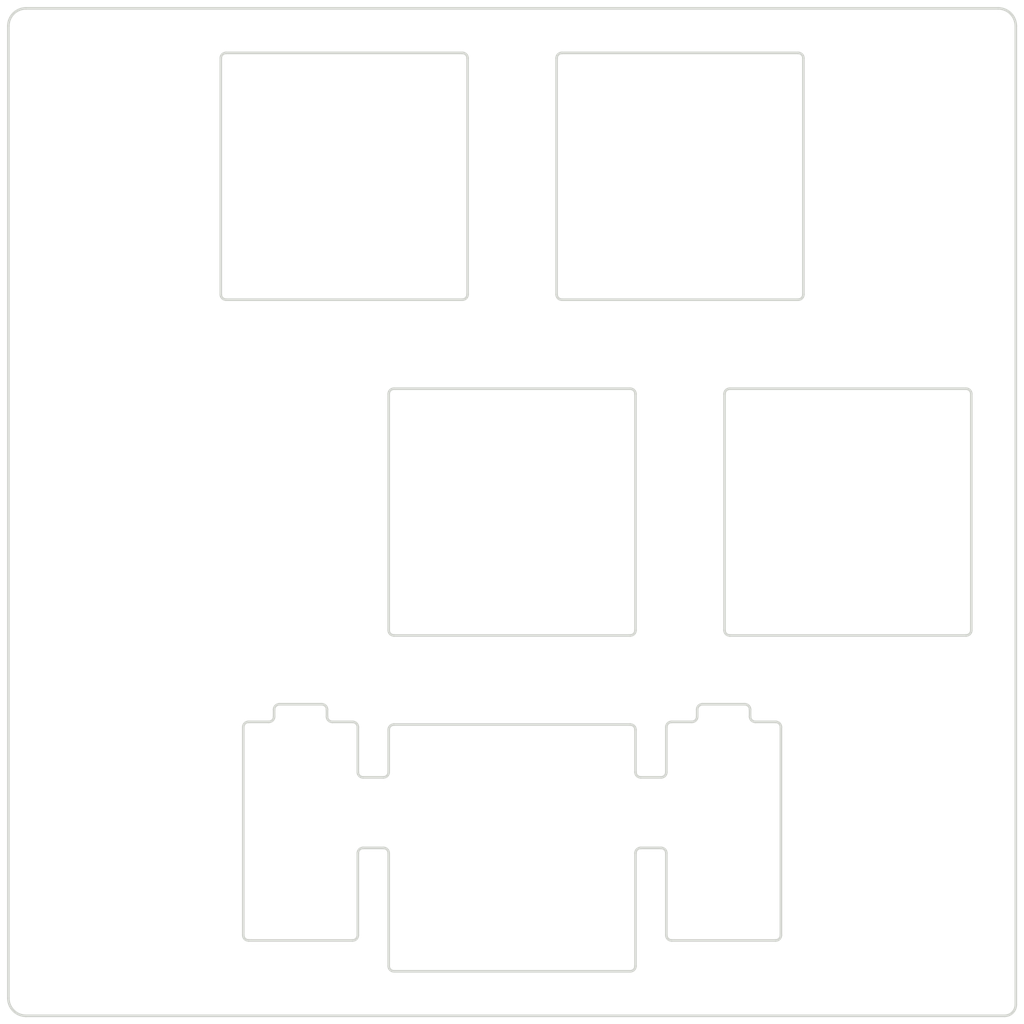
<source format=kicad_pcb>
(kicad_pcb (version 20221018) (generator pcbnew)
  (title_block (title "mfk5 Top Plate") (date "2023-11-23") (rev "2") (company "@niw"))
  (layers (0 "F.Cu" signal) (31 "B.Cu" signal) (34 "B.Paste" user) (35 "F.Paste" user) (36 "B.SilkS" user "B.Silkscreen") (37 "F.SilkS" user "F.Silkscreen") (38 "B.Mask" user) (39 "F.Mask" user) (44 "Edge.Cuts" user))
  (net 0 "")
  (footprint "MountingHole:MountingHole_2.2mm_M2" (layer "F.Cu") (at 175 78)
    (fp_text reference "REF**" hide)
    (fp_text value "MountingHole_2.2mm_M2" hide)
    (pad "" np_thru_hole circle (at 0 0) (size 2.2 2.2) (drill 2.2) (layers "*.Cu" "*.Mask"))
  )
  (footprint "MountingHole:MountingHole_2.2mm_M2" (layer "F.Cu") (at 121.85 131.15)
    (fp_text reference "REF**" hide)
    (fp_text value "MountingHole_2.2mm_M2" hide)
    (pad "" np_thru_hole circle (at 0 0) (size 2.2 2.2) (drill 2.2) (layers "F&B.Cu" "*.Mask"))
  )
  (footprint "MountingHole:MountingHole_2.2mm_M2" (layer "F.Cu") (at 175 131.15)
    (fp_text reference "REF**" hide)
    (fp_text value "MountingHole_2.2mm_M2" hide)
    (pad "" np_thru_hole circle (at 0 0) (size 2.2 2.2) (drill 2.2) (layers "F&B.Cu" "*.Mask"))
  )
  (footprint "Gateron_Low_Profile:Gateron_Low_Profile_Top_Plate" (layer "F.Cu") (at 148.425 104.575)
    (fp_text reference "REF**" hide)
    (fp_text value "Gateron_Low_Profile_Top_Plate" hide)
    (fp_line (start -7 6.7) (end -7 -6.7) (stroke (width 0.15)) (layer "Edge.Cuts"))
    (fp_line (start -6.7 -7) (end 6.7 -7) (stroke (width 0.15)) (layer "Edge.Cuts"))
    (fp_line (start 6.7 7) (end -6.7 7) (stroke (width 0.15)) (layer "Edge.Cuts"))
    (fp_line (start 7 -6.7) (end 7 6.7) (stroke (width 0.15)) (layer "Edge.Cuts"))
    (fp_arc (start -7 -6.7) (mid -6.912132 -6.912132) (end -6.7 -7) (stroke (width 0.15)) (layer "Edge.Cuts"))
    (fp_arc (start -6.7 7) (mid -6.912132 6.912132) (end -7 6.7) (stroke (width 0.15)) (layer "Edge.Cuts"))
    (fp_arc (start 6.7 -7) (mid 6.912132 -6.912132) (end 7 -6.7) (stroke (width 0.15)) (layer "Edge.Cuts"))
    (fp_arc (start 7 6.7) (mid 6.912132 6.912132) (end 6.7 7) (stroke (width 0.15)) (layer "Edge.Cuts"))
  )
  (footprint "MountingHole:MountingHole_2.2mm_M2" (layer "F.Cu") (at 121.85 78)
    (fp_text reference "REF**" hide)
    (fp_text value "MountingHole_2.2mm_M2" hide)
    (pad "" np_thru_hole circle (at 0 0) (size 2.2 2.2) (drill 2.2) (layers "F&B.Cu" "*.Mask"))
  )
  (footprint "Gateron_Low_Profile:Gateron_Low_Profile_Top_Plate" (layer "F.Cu") (at 167.475 104.575)
    (fp_text reference "REF**" hide)
    (fp_text value "Gateron_Low_Profile_Top_Plate" hide)
    (fp_line (start -7 6.7) (end -7 -6.7) (stroke (width 0.15)) (layer "Edge.Cuts"))
    (fp_line (start -6.7 -7) (end 6.7 -7) (stroke (width 0.15)) (layer "Edge.Cuts"))
    (fp_line (start 6.7 7) (end -6.7 7) (stroke (width 0.15)) (layer "Edge.Cuts"))
    (fp_line (start 7 -6.7) (end 7 6.7) (stroke (width 0.15)) (layer "Edge.Cuts"))
    (fp_arc (start -7 -6.7) (mid -6.912132 -6.912132) (end -6.7 -7) (stroke (width 0.15)) (layer "Edge.Cuts"))
    (fp_arc (start -6.7 7) (mid -6.912132 6.912132) (end -7 6.7) (stroke (width 0.15)) (layer "Edge.Cuts"))
    (fp_arc (start 6.7 -7) (mid 6.912132 -6.912132) (end 7 -6.7) (stroke (width 0.15)) (layer "Edge.Cuts"))
    (fp_arc (start 7 6.7) (mid 6.912132 6.912132) (end 6.7 7) (stroke (width 0.15)) (layer "Edge.Cuts"))
  )
  (footprint "Gateron_Low_Profile:Gateron_Low_Profile_Top_Plate" (layer "F.Cu") (at 157.95 85.525)
    (fp_text reference "REF**" hide)
    (fp_text value "Gateron_Low_Profile_Top_Plate" hide)
    (fp_line (start -7 6.7) (end -7 -6.7) (stroke (width 0.15)) (layer "Edge.Cuts"))
    (fp_line (start -6.7 -7) (end 6.7 -7) (stroke (width 0.15)) (layer "Edge.Cuts"))
    (fp_line (start 6.7 7) (end -6.7 7) (stroke (width 0.15)) (layer "Edge.Cuts"))
    (fp_line (start 7 -6.7) (end 7 6.7) (stroke (width 0.15)) (layer "Edge.Cuts"))
    (fp_arc (start -7 -6.7) (mid -6.912132 -6.912132) (end -6.7 -7) (stroke (width 0.15)) (layer "Edge.Cuts"))
    (fp_arc (start -6.7 7) (mid -6.912132 6.912132) (end -7 6.7) (stroke (width 0.15)) (layer "Edge.Cuts"))
    (fp_arc (start 6.7 -7) (mid 6.912132 -6.912132) (end 7 -6.7) (stroke (width 0.15)) (layer "Edge.Cuts"))
    (fp_arc (start 7 6.7) (mid 6.912132 6.912132) (end 6.7 7) (stroke (width 0.15)) (layer "Edge.Cuts"))
  )
  (footprint "Gateron_Low_Profile:Gateron_Low_Profile_Top_Plate" (layer "F.Cu") (at 138.9 85.525)
    (fp_text reference "REF**" hide)
    (fp_text value "Gateron_Low_Profile_Top_Plate" hide)
    (fp_line (start -7 6.7) (end -7 -6.7) (stroke (width 0.15)) (layer "Edge.Cuts"))
    (fp_line (start -6.7 -7) (end 6.7 -7) (stroke (width 0.15)) (layer "Edge.Cuts"))
    (fp_line (start 6.7 7) (end -6.7 7) (stroke (width 0.15)) (layer "Edge.Cuts"))
    (fp_line (start 7 -6.7) (end 7 6.7) (stroke (width 0.15)) (layer "Edge.Cuts"))
    (fp_arc (start -7 -6.7) (mid -6.912132 -6.912132) (end -6.7 -7) (stroke (width 0.15)) (layer "Edge.Cuts"))
    (fp_arc (start -6.7 7) (mid -6.912132 6.912132) (end -7 6.7) (stroke (width 0.15)) (layer "Edge.Cuts"))
    (fp_arc (start 6.7 -7) (mid 6.912132 -6.912132) (end 7 -6.7) (stroke (width 0.15)) (layer "Edge.Cuts"))
    (fp_arc (start 7 6.7) (mid 6.912132 6.912132) (end 6.7 7) (stroke (width 0.15)) (layer "Edge.Cuts"))
  )
  (footprint "Gateron_Low_Profile:Gateron_Low_Profile_Top_Plate_Stabilizer_2U" (layer "F.Cu") (at 148.425 123.625)
    (fp_text reference "REF**" hide)
    (fp_text value "Gateron_Low_Profile_Top_Plate_1" hide)
    (fp_line (start -15.25 4.95) (end -15.25 -6.85) (stroke (width 0.15)) (layer "Edge.Cuts"))
    (fp_line (start -14.95 -7.15) (end -13.8 -7.15) (stroke (width 0.15)) (layer "Edge.Cuts"))
    (fp_line (start -13.5 -7.45) (end -13.5 -7.85) (stroke (width 0.15)) (layer "Edge.Cuts"))
    (fp_line (start -13.2 -8.15) (end -10.8 -8.15) (stroke (width 0.15)) (layer "Edge.Cuts"))
    (fp_line (start -10.5 -7.85) (end -10.5 -7.45) (stroke (width 0.15)) (layer "Edge.Cuts"))
    (fp_line (start -10.2 -7.15) (end -9.05 -7.15) (stroke (width 0.15)) (layer "Edge.Cuts"))
    (fp_line (start -9.05 5.25) (end -14.95 5.25) (stroke (width 0.15)) (layer "Edge.Cuts"))
    (fp_line (start -8.75 -6.85) (end -8.75 -4.3) (stroke (width 0.15)) (layer "Edge.Cuts"))
    (fp_line (start -8.75 0.3) (end -8.75 4.95) (stroke (width 0.15)) (layer "Edge.Cuts"))
    (fp_line (start -8.45 -4) (end -7.3 -4) (stroke (width 0.15)) (layer "Edge.Cuts"))
    (fp_line (start -8.45 0) (end -7.3 0) (stroke (width 0.15)) (layer "Edge.Cuts"))
    (fp_line (start -7 -4.3) (end -7 -6.7) (stroke (width 0.15)) (layer "Edge.Cuts"))
    (fp_line (start -7 6.7) (end -7 0.3) (stroke (width 0.15)) (layer "Edge.Cuts"))
    (fp_line (start -6.7 -7) (end 6.7 -7) (stroke (width 0.15)) (layer "Edge.Cuts"))
    (fp_line (start 6.7 7) (end -6.7 7) (stroke (width 0.15)) (layer "Edge.Cuts"))
    (fp_line (start 7 -6.7) (end 7 -4.3) (stroke (width 0.15)) (layer "Edge.Cuts"))
    (fp_line (start 7 0.3) (end 7 6.7) (stroke (width 0.15)) (layer "Edge.Cuts"))
    (fp_line (start 7.3 -4) (end 8.45 -4) (stroke (width 0.15)) (layer "Edge.Cuts"))
    (fp_line (start 7.3 0) (end 8.45 0) (stroke (width 0.15)) (layer "Edge.Cuts"))
    (fp_line (start 8.75 -4.3) (end 8.75 -6.85) (stroke (width 0.15)) (layer "Edge.Cuts"))
    (fp_line (start 8.75 4.95) (end 8.75 0.3) (stroke (width 0.15)) (layer "Edge.Cuts"))
    (fp_line (start 9.05 -7.15) (end 10.2 -7.15) (stroke (width 0.15)) (layer "Edge.Cuts"))
    (fp_line (start 10.5 -7.45) (end 10.5 -7.85) (stroke (width 0.15)) (layer "Edge.Cuts"))
    (fp_line (start 10.8 -8.15) (end 13.2 -8.15) (stroke (width 0.15)) (layer "Edge.Cuts"))
    (fp_line (start 13.5 -7.85) (end 13.5 -7.45) (stroke (width 0.15)) (layer "Edge.Cuts"))
    (fp_line (start 13.8 -7.15) (end 14.95 -7.15) (stroke (width 0.15)) (layer "Edge.Cuts"))
    (fp_line (start 14.95 5.25) (end 9.05 5.25) (stroke (width 0.15)) (layer "Edge.Cuts"))
    (fp_line (start 15.25 -6.85) (end 15.25 4.95) (stroke (width 0.15)) (layer "Edge.Cuts"))
    (fp_arc (start -15.25 -6.85) (mid -15.162132 -7.062132) (end -14.95 -7.15) (stroke (width 0.15)) (layer "Edge.Cuts"))
    (fp_arc (start -14.95 5.25) (mid -15.162132 5.162132) (end -15.25 4.95) (stroke (width 0.15)) (layer "Edge.Cuts"))
    (fp_arc (start -13.5 -7.85) (mid -13.412132 -8.062132) (end -13.2 -8.15) (stroke (width 0.15)) (layer "Edge.Cuts"))
    (fp_arc (start -13.5 -7.45) (mid -13.587868 -7.237868) (end -13.8 -7.15) (stroke (width 0.15)) (layer "Edge.Cuts"))
    (fp_arc (start -10.8 -8.15) (mid -10.587868 -8.062132) (end -10.5 -7.85) (stroke (width 0.15)) (layer "Edge.Cuts"))
    (fp_arc (start -10.2 -7.15) (mid -10.412132 -7.237868) (end -10.5 -7.45) (stroke (width 0.15)) (layer "Edge.Cuts"))
    (fp_arc (start -9.05 -7.15) (mid -8.837868 -7.062132) (end -8.75 -6.85) (stroke (width 0.15)) (layer "Edge.Cuts"))
    (fp_arc (start -8.75 0.3) (mid -8.662132 0.087868) (end -8.45 0) (stroke (width 0.15)) (layer "Edge.Cuts"))
    (fp_arc (start -8.75 4.95) (mid -8.837868 5.162132) (end -9.05 5.25) (stroke (width 0.15)) (layer "Edge.Cuts"))
    (fp_arc (start -8.45 -4) (mid -8.662132 -4.087868) (end -8.75 -4.3) (stroke (width 0.15)) (layer "Edge.Cuts"))
    (fp_arc (start -7.3 0) (mid -7.087868 0.087868) (end -7 0.3) (stroke (width 0.15)) (layer "Edge.Cuts"))
    (fp_arc (start -7 -6.7) (mid -6.912132 -6.912132) (end -6.7 -7) (stroke (width 0.15)) (layer "Edge.Cuts"))
    (fp_arc (start -7 -4.3) (mid -7.087868 -4.087868) (end -7.3 -4) (stroke (width 0.15)) (layer "Edge.Cuts"))
    (fp_arc (start -6.7 7) (mid -6.912132 6.912132) (end -7 6.7) (stroke (width 0.15)) (layer "Edge.Cuts"))
    (fp_arc (start 6.7 -7) (mid 6.912132 -6.912132) (end 7 -6.7) (stroke (width 0.15)) (layer "Edge.Cuts"))
    (fp_arc (start 7 0.3) (mid 7.087868 0.087868) (end 7.3 0) (stroke (width 0.15)) (layer "Edge.Cuts"))
    (fp_arc (start 7 6.7) (mid 6.912132 6.912132) (end 6.7 7) (stroke (width 0.15)) (layer "Edge.Cuts"))
    (fp_arc (start 7.3 -4) (mid 7.087868 -4.087868) (end 7 -4.3) (stroke (width 0.15)) (layer "Edge.Cuts"))
    (fp_arc (start 8.45 0) (mid 8.662132 0.087868) (end 8.75 0.3) (stroke (width 0.15)) (layer "Edge.Cuts"))
    (fp_arc (start 8.75 -6.85) (mid 8.837868 -7.062132) (end 9.05 -7.15) (stroke (width 0.15)) (layer "Edge.Cuts"))
    (fp_arc (start 8.75 -4.3) (mid 8.662132 -4.087868) (end 8.45 -4) (stroke (width 0.15)) (layer "Edge.Cuts"))
    (fp_arc (start 9.05 5.25) (mid 8.837868 5.162132) (end 8.75 4.95) (stroke (width 0.15)) (layer "Edge.Cuts"))
    (fp_arc (start 10.5 -7.85) (mid 10.587868 -8.062132) (end 10.8 -8.15) (stroke (width 0.15)) (layer "Edge.Cuts"))
    (fp_arc (start 10.5 -7.45) (mid 10.412132 -7.237868) (end 10.2 -7.15) (stroke (width 0.15)) (layer "Edge.Cuts"))
    (fp_arc (start 13.2 -8.15) (mid 13.412132 -8.062132) (end 13.5 -7.85) (stroke (width 0.15)) (layer "Edge.Cuts"))
    (fp_arc (start 13.8 -7.15) (mid 13.587868 -7.237868) (end 13.5 -7.45) (stroke (width 0.15)) (layer "Edge.Cuts"))
    (fp_arc (start 14.95 -7.15) (mid 15.162132 -7.062132) (end 15.25 -6.85) (stroke (width 0.15)) (layer "Edge.Cuts"))
    (fp_arc (start 15.25 4.95) (mid 15.162132 5.162132) (end 14.95 5.25) (stroke (width 0.15)) (layer "Edge.Cuts"))
  )
  (gr_line (start 120.85 76) (end 176 76) (stroke (width 0.15)) (layer "Edge.Cuts"))
  (gr_line (start 176.365 133.15) (end 120.85 133.15) (stroke (width 0.15)) (layer "Edge.Cuts"))
  (gr_line (start 119.85 132.15) (end 119.85 77) (stroke (width 0.15)) (layer "Edge.Cuts"))
  (gr_arc (start 119.85 77) (mid 120.142893 76.292893) (end 120.85 76) (stroke (width 0.15)) (layer "Edge.Cuts"))
  (gr_arc (start 176 76) (mid 176.707106 76.292893) (end 177 77) (stroke (width 0.15)) (layer "Edge.Cuts"))
  (gr_arc (start 120.85 133.15) (mid 120.142893 132.857107) (end 119.85 132.15) (stroke (width 0.15)) (layer "Edge.Cuts"))
  (gr_line (start 177 77) (end 177 132.515) (stroke (width 0.15)) (layer "Edge.Cuts"))
  (gr_arc (start 177 132.515) (mid 176.814013 132.964013) (end 176.365 133.15) (stroke (width 0.15)) (layer "Edge.Cuts"))
)
</source>
